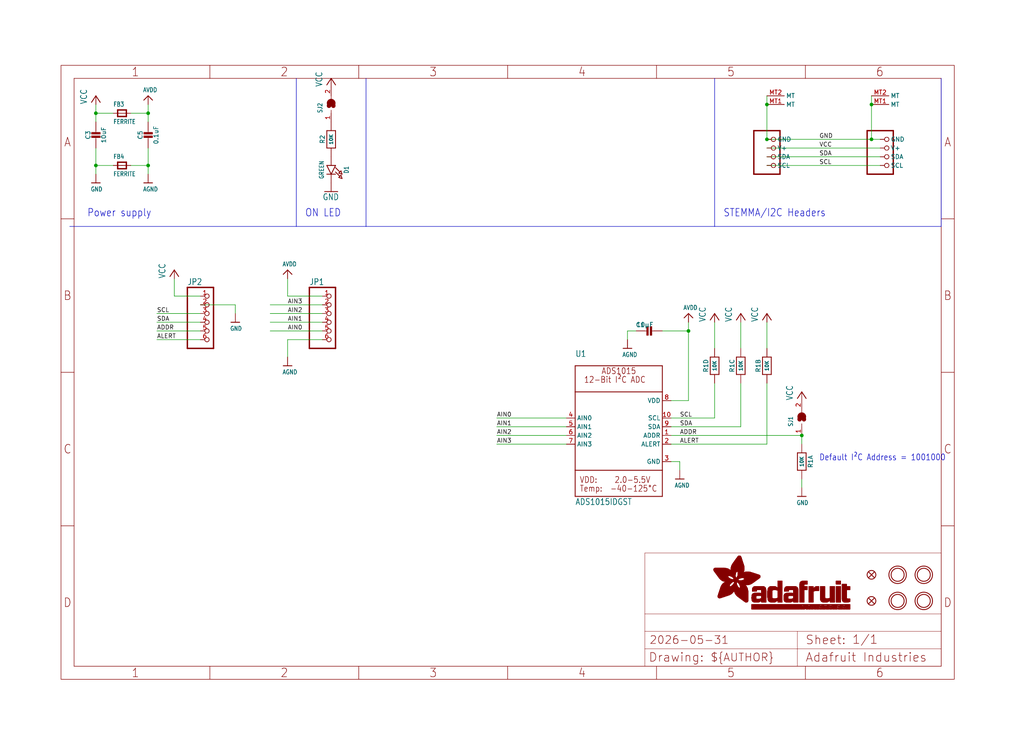
<source format=kicad_sch>
(kicad_sch (version 20230121) (generator eeschema)
  (paper "User" 298.45 217.322)
  (lib_symbols
    (symbol "working-eagle-import:ADC_ADS1015"
      (property "Reference" "U" (at -12.7 20.32 0))
      (symbol "ADC_ADS1015_1_0"
        (text "-40-125°C" (at -2.54 -19.05 0) (effects (font (size 1.778 1.5113)) (justify left bottom)))
        (text "12-Bit I²C ADC" (at -10.16 12.7 0) (effects (font (size 1.778 1.5113)) (justify left bottom)))
        (text "2.0-5.5V" (at -1.27 -16.51 0) (effects (font (size 1.778 1.5113)) (justify left bottom)))
        (text "ADS1015" (at -5.08 15.24 0) (effects (font (size 1.778 1.5113)) (justify left bottom)))
        (text "Temp:" (at -11.43 -19.05 0) (effects (font (size 1.778 1.5113)) (justify left bottom)))
        (text "VDD:" (at -11.43 -16.51 0) (effects (font (size 1.778 1.5113)) (justify left bottom)))
        (pin bidirectional line (at 15.24 -2.54 180) (length 2.54) (name "ADDR") (number "1"))
        (pin bidirectional line (at 15.24 2.54 180) (length 2.54) (name "SCL") (number "10"))
        (pin bidirectional line (at 15.24 -5.08 180) (length 2.54) (name "ALERT") (number "2"))
        (pin bidirectional line (at 15.24 -10.16 180) (length 2.54) (name "GND") (number "3"))
        (pin bidirectional line (at -15.24 2.54 0) (length 2.54) (name "AIN0") (number "4"))
        (pin bidirectional line (at -15.24 0 0) (length 2.54) (name "AIN1") (number "5"))
        (pin bidirectional line (at -15.24 -2.54 0) (length 2.54) (name "AIN2") (number "6"))
        (pin bidirectional line (at -15.24 -5.08 0) (length 2.54) (name "AIN3") (number "7"))
        (pin bidirectional line (at 15.24 7.62 180) (length 2.54) (name "VDD") (number "8"))
        (pin bidirectional line (at 15.24 0 180) (length 2.54) (name "SDA") (number "9"))
      )
    )
    (symbol "working-eagle-import:AGND" (power)
      (property "Value" "AGND" (at -1.524 -2.54 0))
      (symbol "AGND_1_0"
        (pin power_in line (at 0 2.54 270) (length 2.54) (name "AGND") (number "1"))
      )
    )
    (symbol "working-eagle-import:AVDD" (power)
      (property "Value" "AVDD" (at -1.524 1.016 0))
      (symbol "AVDD_1_0"
        (pin power_in line (at 0 -2.54 90) (length 2.54) (name "AVDD") (number "1"))
      )
    )
    (symbol "working-eagle-import:CAP_CERAMIC0603_NO"
      (property "Reference" "C" (at -2.29 1.25 90))
      (symbol "CAP_CERAMIC0603_NO_1_0"
        (pin passive line (at 0 5.08 270) (length 2.54) (name "1") (number "1"))
        (pin passive line (at 0 -2.54 90) (length 2.54) (name "2") (number "2"))
      )
    )
    (symbol "working-eagle-import:CAP_CERAMIC0805-NOOUTLINE"
      (property "Reference" "C" (at -2.29 1.25 90))
      (symbol "CAP_CERAMIC0805-NOOUTLINE_1_0"
        (pin passive line (at 0 5.08 270) (length 2.54) (name "1") (number "1"))
        (pin passive line (at 0 -2.54 90) (length 2.54) (name "2") (number "2"))
      )
    )
    (symbol "working-eagle-import:FERRITE-0603NO"
      (property "Reference" "FB" (at -1.27 1.905 0))
      (symbol "FERRITE-0603NO_1_0"
        (pin passive line (at -2.54 0 0) (length 2.54) (name "P$1") (number "1"))
        (pin passive line (at 2.54 0 180) (length 2.54) (name "P$2") (number "2"))
      )
    )
    (symbol "working-eagle-import:FIDUCIAL_1MM")
    (symbol "working-eagle-import:FRAME_A4_ADAFRUIT"
      (symbol "FRAME_A4_ADAFRUIT_1_0"
        (text "${#}/${##}" (at 230.505 10.16 0) (effects (font (size 2.54 2.54)) (justify left bottom)))
        (text "${AUTHOR}" (at 189.23 5.08 0) (effects (font (size 2.286 2.286)) (justify left bottom)))
        (text "${CURRENT_DATE}" (at 171.45 10.16 0) (effects (font (size 2.286 2.286)) (justify left bottom)))
        (text "${PROJECTNAME}" (at 171.45 15.24 0) (effects (font (size 2.54 2.54)) (justify left bottom)))
        (text "1" (at 21.6958 1.905 0) (effects (font (size 2.54 2.286))))
        (text "1" (at 21.6958 177.165 0) (effects (font (size 2.54 2.286))))
        (text "2" (at 65.0875 1.905 0) (effects (font (size 2.54 2.286))))
        (text "2" (at 65.0875 177.165 0) (effects (font (size 2.54 2.286))))
        (text "3" (at 108.4792 1.905 0) (effects (font (size 2.54 2.286))))
        (text "3" (at 108.4792 177.165 0) (effects (font (size 2.54 2.286))))
        (text "4" (at 151.8708 1.905 0) (effects (font (size 2.54 2.286))))
        (text "4" (at 151.8708 177.165 0) (effects (font (size 2.54 2.286))))
        (text "5" (at 195.2625 1.905 0) (effects (font (size 2.54 2.286))))
        (text "5" (at 195.2625 177.165 0) (effects (font (size 2.54 2.286))))
        (text "6" (at 238.6542 1.905 0) (effects (font (size 2.54 2.286))))
        (text "6" (at 238.6542 177.165 0) (effects (font (size 2.54 2.286))))
        (text "A" (at 1.905 156.6863 0) (effects (font (size 2.54 2.286))))
        (text "A" (at 258.445 156.6863 0) (effects (font (size 2.54 2.286))))
        (text "Adafruit Industries" (at 216.916 4.953 0) (effects (font (size 2.54 2.54)) (justify left bottom)))
        (text "B" (at 1.905 111.9188 0) (effects (font (size 2.54 2.286))))
        (text "B" (at 258.445 111.9188 0) (effects (font (size 2.54 2.286))))
        (text "C" (at 1.905 67.1513 0) (effects (font (size 2.54 2.286))))
        (text "C" (at 258.445 67.1513 0) (effects (font (size 2.54 2.286))))
        (text "D" (at 1.905 22.3838 0) (effects (font (size 2.54 2.286))))
        (text "D" (at 258.445 22.3838 0) (effects (font (size 2.54 2.286))))
        (text "Drawing:" (at 171.196 4.953 0) (effects (font (size 2.54 2.54)) (justify left bottom)))
        (text "Sheet:" (at 216.916 10.033 0) (effects (font (size 2.54 2.54)) (justify left bottom)))
      )
    )
    (symbol "working-eagle-import:GND" (power)
      (property "Value" "GND" (at -1.524 -2.54 0))
      (symbol "GND_1_0"
        (pin power_in line (at 0 2.54 270) (length 2.54) (name "GND") (number "1"))
      )
    )
    (symbol "working-eagle-import:HEADER-1X670MIL"
      (property "Reference" "JP" (at -6.35 10.795 0))
      (symbol "HEADER-1X670MIL_1_0"
        (pin passive inverted (at -2.54 7.62 0) (length 2.54) (name "1") (number "1"))
        (pin passive inverted (at -2.54 5.08 0) (length 2.54) (name "2") (number "2"))
        (pin passive inverted (at -2.54 2.54 0) (length 2.54) (name "3") (number "3"))
        (pin passive inverted (at -2.54 0 0) (length 2.54) (name "4") (number "4"))
        (pin passive inverted (at -2.54 -2.54 0) (length 2.54) (name "5") (number "5"))
        (pin passive inverted (at -2.54 -5.08 0) (length 2.54) (name "6") (number "6"))
      )
    )
    (symbol "working-eagle-import:LED0603_NOOUTLINE"
      (property "Reference" "D" (at -1.27 4.445 0))
      (symbol "LED0603_NOOUTLINE_1_0"
        (pin passive line (at -5.08 0 0) (length 2.54) (name "A") (number "A"))
        (pin passive line (at 2.54 0 180) (length 2.54) (name "C") (number "C"))
      )
    )
    (symbol "working-eagle-import:MOUNTINGHOLE2.5")
    (symbol "working-eagle-import:RESISTOR_0603_NOOUT"
      (property "Reference" "R" (at 0 2.54 0))
      (symbol "RESISTOR_0603_NOOUT_1_0"
        (pin passive line (at -5.08 0 0) (length 2.54) (name "1") (number "1"))
        (pin passive line (at 5.08 0 180) (length 2.54) (name "2") (number "2"))
      )
    )
    (symbol "working-eagle-import:RESISTOR_4PACK"
      (property "Reference" "R" (at 0 2.54 0))
      (symbol "RESISTOR_4PACK_1_0"
        (pin passive line (at -5.08 0 0) (length 2.54) (name "1") (number "1"))
        (pin passive line (at 5.08 0 180) (length 2.54) (name "2") (number "8"))
      )
      (symbol "RESISTOR_4PACK_2_0"
        (pin passive line (at -5.08 0 0) (length 2.54) (name "1") (number "2"))
        (pin passive line (at 5.08 0 180) (length 2.54) (name "2") (number "7"))
      )
      (symbol "RESISTOR_4PACK_3_0"
        (pin passive line (at -5.08 0 0) (length 2.54) (name "1") (number "3"))
        (pin passive line (at 5.08 0 180) (length 2.54) (name "2") (number "6"))
      )
      (symbol "RESISTOR_4PACK_4_0"
        (pin passive line (at -5.08 0 0) (length 2.54) (name "1") (number "4"))
        (pin passive line (at 5.08 0 180) (length 2.54) (name "2") (number "5"))
      )
    )
    (symbol "working-eagle-import:SOLDERJUMPER"
      (property "Reference" "SJ" (at -2.54 2.54 0))
      (symbol "SOLDERJUMPER_1_0"
        (pin passive line (at -5.08 0 0) (length 2.54) (name "1") (number "1"))
        (pin passive line (at 5.08 0 180) (length 2.54) (name "2") (number "2"))
      )
    )
    (symbol "working-eagle-import:SOLDERJUMPERCLOSED"
      (property "Reference" "SJ" (at -2.54 2.54 0))
      (symbol "SOLDERJUMPERCLOSED_1_0"
        (pin passive line (at -5.08 0 0) (length 2.54) (name "1") (number "1"))
        (pin passive line (at 5.08 0 180) (length 2.54) (name "2") (number "2"))
      )
    )
    (symbol "working-eagle-import:STEMMA_I2C_QT"
      (symbol "STEMMA_I2C_QT_1_0"
        (pin passive inverted (at 0 5.08 0) (length 2.54) (name "GND") (number "1"))
        (pin passive inverted (at 0 2.54 0) (length 2.54) (name "V+") (number "2"))
        (pin passive inverted (at 0 0 0) (length 2.54) (name "SDA") (number "3"))
        (pin passive inverted (at 0 -2.54 0) (length 2.54) (name "SCL") (number "4"))
      )
      (symbol "STEMMA_I2C_QT_2_0"
        (pin bidirectional line (at 0 0 0) (length 5.08) (name "MT") (number "MT1"))
      )
      (symbol "STEMMA_I2C_QT_3_0"
        (pin bidirectional line (at 0 0 0) (length 5.08) (name "MT") (number "MT2"))
      )
    )
    (symbol "working-eagle-import:VCC" (power)
      (property "Value" "VCC" (at -2.54 -2.54 90))
      (symbol "VCC_1_0"
        (pin power_in line (at 0 -2.54 90) (length 2.54) (name "VCC") (number "1"))
      )
    )
    (symbol "working-eagle-import:supply1_GND" (power)
      (property "Value" "supply1_GND" (at -2.54 -2.54 0))
      (symbol "supply1_GND_1_0"
        (pin power_in line (at 0 2.54 270) (length 2.54) (name "GND") (number "1"))
      )
    )
  )
  (junction (at 254 30.48))
  (junction (at 223.52 30.48))
  (junction (at 254 40.64))
  (junction (at 43.18 33.02))
  (junction (at 27.94 48.26))
  (junction (at 200.66 96.52))
  (junction (at 43.18 48.26))
  (junction (at 223.52 40.64))
  (junction (at 27.94 33.02))
  (junction (at 233.68 127))
  (wire (pts (xy 78.74 93.98) (xy 93.98 93.98)) (stroke (width 0.1524)))
  (wire (pts (xy 215.9 101.6) (xy 215.9 93.98)) (stroke (width 0.1524)))
  (wire (pts (xy 165.1 124.46) (xy 144.78 124.46)) (stroke (width 0.1524)))
  (wire (pts (xy 27.94 33.02) (xy 33.02 33.02)) (stroke (width 0.1524)))
  (wire (pts (xy 83.82 86.36) (xy 83.82 81.28)) (stroke (width 0.1524)))
  (wire (pts (xy 50.8 86.36) (xy 50.8 81.28)) (stroke (width 0.1524)))
  (polyline (pts (xy 20.32 66.04) (xy 86.36 66.04)) (stroke (width 0.1524) (type solid)))
  (polyline (pts (xy 106.68 66.04) (xy 208.28 66.04)) (stroke (width 0.1524) (type solid)))
  (wire (pts (xy 38.1 48.26) (xy 43.18 48.26)) (stroke (width 0.1524)))
  (wire (pts (xy 78.74 88.9) (xy 93.98 88.9)) (stroke (width 0.1524)))
  (wire (pts (xy 83.82 99.06) (xy 83.82 104.14)) (stroke (width 0.1524)))
  (wire (pts (xy 208.28 101.6) (xy 208.28 93.98)) (stroke (width 0.1524)))
  (wire (pts (xy 43.18 43.18) (xy 43.18 48.26)) (stroke (width 0.1524)))
  (wire (pts (xy 58.42 86.36) (xy 50.8 86.36)) (stroke (width 0.1524)))
  (wire (pts (xy 58.42 93.98) (xy 45.72 93.98)) (stroke (width 0.1524)))
  (wire (pts (xy 195.58 134.62) (xy 198.12 134.62)) (stroke (width 0.1524)))
  (wire (pts (xy 256.54 45.72) (xy 223.52 45.72)) (stroke (width 0.1524)))
  (wire (pts (xy 58.42 88.9) (xy 68.58 88.9)) (stroke (width 0.1524)))
  (wire (pts (xy 223.52 43.18) (xy 256.54 43.18)) (stroke (width 0.1524)))
  (polyline (pts (xy 106.68 22.86) (xy 106.68 66.04)) (stroke (width 0.1524) (type solid)))
  (wire (pts (xy 43.18 33.02) (xy 43.18 30.48)) (stroke (width 0.1524)))
  (polyline (pts (xy 86.36 22.86) (xy 86.36 66.04)) (stroke (width 0.1524) (type solid)))
  (wire (pts (xy 195.58 127) (xy 233.68 127)) (stroke (width 0.1524)))
  (wire (pts (xy 200.66 116.84) (xy 200.66 96.52)) (stroke (width 0.1524)))
  (wire (pts (xy 78.74 96.52) (xy 93.98 96.52)) (stroke (width 0.1524)))
  (wire (pts (xy 195.58 124.46) (xy 215.9 124.46)) (stroke (width 0.1524)))
  (wire (pts (xy 38.1 33.02) (xy 43.18 33.02)) (stroke (width 0.1524)))
  (wire (pts (xy 43.18 33.02) (xy 43.18 35.56)) (stroke (width 0.1524)))
  (wire (pts (xy 165.1 127) (xy 144.78 127)) (stroke (width 0.1524)))
  (wire (pts (xy 195.58 129.54) (xy 223.52 129.54)) (stroke (width 0.1524)))
  (wire (pts (xy 256.54 40.64) (xy 254 40.64)) (stroke (width 0.1524)))
  (wire (pts (xy 254 30.48) (xy 254 40.64)) (stroke (width 0.1524)))
  (wire (pts (xy 200.66 96.52) (xy 200.66 93.98)) (stroke (width 0.1524)))
  (wire (pts (xy 68.58 88.9) (xy 68.58 91.44)) (stroke (width 0.1524)))
  (wire (pts (xy 254 40.64) (xy 223.52 40.64)) (stroke (width 0.1524)))
  (wire (pts (xy 165.1 129.54) (xy 144.78 129.54)) (stroke (width 0.1524)))
  (wire (pts (xy 254 27.94) (xy 254 30.48)) (stroke (width 0.1524)))
  (polyline (pts (xy 274.32 22.86) (xy 274.32 66.04)) (stroke (width 0.1524) (type solid)))
  (wire (pts (xy 200.66 96.52) (xy 193.04 96.52)) (stroke (width 0.1524)))
  (wire (pts (xy 78.74 91.44) (xy 93.98 91.44)) (stroke (width 0.1524)))
  (wire (pts (xy 233.68 127) (xy 233.68 129.54)) (stroke (width 0.1524)))
  (wire (pts (xy 144.78 121.92) (xy 165.1 121.92)) (stroke (width 0.1524)))
  (wire (pts (xy 43.18 48.26) (xy 43.18 50.8)) (stroke (width 0.1524)))
  (wire (pts (xy 182.88 96.52) (xy 182.88 99.06)) (stroke (width 0.1524)))
  (wire (pts (xy 58.42 91.44) (xy 45.72 91.44)) (stroke (width 0.1524)))
  (polyline (pts (xy 208.28 22.86) (xy 208.28 66.04)) (stroke (width 0.1524) (type solid)))
  (wire (pts (xy 223.52 101.6) (xy 223.52 93.98)) (stroke (width 0.1524)))
  (wire (pts (xy 27.94 48.26) (xy 27.94 43.18)) (stroke (width 0.1524)))
  (wire (pts (xy 215.9 124.46) (xy 215.9 111.76)) (stroke (width 0.1524)))
  (wire (pts (xy 233.68 139.7) (xy 233.68 142.24)) (stroke (width 0.1524)))
  (wire (pts (xy 223.52 30.48) (xy 223.52 40.64)) (stroke (width 0.1524)))
  (wire (pts (xy 58.42 96.52) (xy 45.72 96.52)) (stroke (width 0.1524)))
  (wire (pts (xy 223.52 48.26) (xy 256.54 48.26)) (stroke (width 0.1524)))
  (wire (pts (xy 185.42 96.52) (xy 182.88 96.52)) (stroke (width 0.1524)))
  (wire (pts (xy 93.98 99.06) (xy 83.82 99.06)) (stroke (width 0.1524)))
  (wire (pts (xy 27.94 33.02) (xy 27.94 35.56)) (stroke (width 0.1524)))
  (wire (pts (xy 27.94 48.26) (xy 33.02 48.26)) (stroke (width 0.1524)))
  (polyline (pts (xy 86.36 66.04) (xy 106.68 66.04)) (stroke (width 0.1524) (type solid)))
  (wire (pts (xy 195.58 121.92) (xy 208.28 121.92)) (stroke (width 0.1524)))
  (wire (pts (xy 58.42 99.06) (xy 45.72 99.06)) (stroke (width 0.1524)))
  (wire (pts (xy 223.52 129.54) (xy 223.52 111.76)) (stroke (width 0.1524)))
  (wire (pts (xy 208.28 121.92) (xy 208.28 111.76)) (stroke (width 0.1524)))
  (wire (pts (xy 198.12 134.62) (xy 198.12 137.16)) (stroke (width 0.1524)))
  (wire (pts (xy 27.94 50.8) (xy 27.94 48.26)) (stroke (width 0.1524)))
  (wire (pts (xy 93.98 86.36) (xy 83.82 86.36)) (stroke (width 0.1524)))
  (polyline (pts (xy 208.28 66.04) (xy 274.32 66.04)) (stroke (width 0.1524) (type solid)))
  (wire (pts (xy 223.52 27.94) (xy 223.52 30.48)) (stroke (width 0.1524)))
  (wire (pts (xy 27.94 30.48) (xy 27.94 33.02)) (stroke (width 0.1524)))
  (wire (pts (xy 195.58 116.84) (xy 200.66 116.84)) (stroke (width 0.1524)))
  (text "STEMMA/I2C Headers" (at 210.82 63.5 0) (effects (font (size 2.1844 1.8567)) (justify left bottom)))
  (text "Default I²C Address = 1001000" (at 238.76 134.62 0) (effects (font (size 1.778 1.5113)) (justify left bottom)))
  (text "Power supply" (at 25.4 63.5 0) (effects (font (size 2.1844 1.8567)) (justify left bottom)))
  (text "ON LED" (at 88.9 63.5 0) (effects (font (size 2.1844 1.8567)) (justify left bottom)))
  (label "SCL" (at 238.76 48.26 0) (effects (font (size 1.2446 1.2446))))
  (label "AIN1" (at 144.78 124.46 0) (effects (font (size 1.2446 1.2446))))
  (label "SDA" (at 45.72 93.98 0) (effects (font (size 1.2446 1.2446))))
  (label "AIN1" (at 83.82 93.98 0) (effects (font (size 1.2446 1.2446))))
  (label "AIN0" (at 83.82 96.52 0) (effects (font (size 1.2446 1.2446))))
  (label "SCL" (at 45.72 91.44 0) (effects (font (size 1.2446 1.2446))))
  (label "AIN0" (at 144.78 121.92 0) (effects (font (size 1.2446 1.2446))))
  (label "ADDR" (at 45.72 96.52 0) (effects (font (size 1.2446 1.2446))))
  (label "AIN2" (at 144.78 127 0) (effects (font (size 1.2446 1.2446))))
  (label "AIN3" (at 83.82 88.9 0) (effects (font (size 1.2446 1.2446))))
  (label "ADDR" (at 198.12 127 0) (effects (font (size 1.2446 1.2446))))
  (label "SCL" (at 198.12 121.92 0) (effects (font (size 1.2446 1.2446))))
  (label "ALERT" (at 45.72 99.06 0) (effects (font (size 1.2446 1.2446))))
  (label "AIN2" (at 83.82 91.44 0) (effects (font (size 1.2446 1.2446))))
  (label "SDA" (at 198.12 124.46 0) (effects (font (size 1.2446 1.2446))))
  (label "ALERT" (at 198.12 129.54 0) (effects (font (size 1.2446 1.2446))))
  (label "VCC" (at 238.76 43.18 0) (effects (font (size 1.2446 1.2446))))
  (label "SDA" (at 238.76 45.72 0) (effects (font (size 1.2446 1.2446))))
  (label "GND" (at 238.76 40.64 0) (effects (font (size 1.2446 1.2446))))
  (label "AIN3" (at 144.78 129.54 0) (effects (font (size 1.2446 1.2446))))
  (symbol (lib_id "working-eagle-import:VCC") (at 50.8 78.74 0) (unit 1)
    (property "Reference" "#P+4" (effects hide))
    (property "Value" "VCC" (at 48.26 81.28 90) (effects (font (size 1.778 1.5113)) (justify left bottom)))
  )
  (symbol (lib_id "working-eagle-import:MOUNTINGHOLE2.5") (at 269.24 167.64 0) (unit 1)
    (property "Reference" "U$29" (effects hide))
    (property "Value" "MOUNTINGHOLE2.5" (effects hide))
    (property "Footprint" "working:MOUNTINGHOLE_2.5_PLATED" (effects hide))
  )
  (symbol (lib_id "working-eagle-import:STEMMA_I2C_QT") (at 254 27.94 0) (unit 3)
    (property "Reference" "CONN4" (effects hide))
    (property "Value" "STEMMA_I2C_QT" (effects hide))
    (property "Footprint" "working:JST_SH4" (effects hide))
  )
  (symbol (lib_id "working-eagle-import:FIDUCIAL_1MM") (at 254 167.64 0) (unit 1)
    (property "Reference" "FID4" (effects hide))
    (property "Value" "FIDUCIAL_1MM" (effects hide))
    (property "Footprint" "working:FIDUCIAL_1MM" (effects hide))
  )
  (symbol (lib_id "working-eagle-import:LED0603_NOOUTLINE") (at 96.52 50.8 270) (unit 1)
    (property "Reference" "D1" (at 100.965 49.53 0) (effects (font (size 1.27 1.0795))))
    (property "Value" "GREEN" (at 93.726 49.53 0) (effects (font (size 1.27 1.0795))))
    (property "Footprint" "working:CHIPLED_0603_NOOUTLINE" (effects hide))
  )
  (symbol (lib_id "working-eagle-import:STEMMA_I2C_QT") (at 223.52 45.72 0) (unit 1)
    (property "Reference" "CONN3" (effects hide))
    (property "Value" "STEMMA_I2C_QT" (effects hide))
    (property "Footprint" "working:JST_SH4" (effects hide))
  )
  (symbol (lib_id "working-eagle-import:FERRITE-0603NO") (at 35.56 33.02 0) (unit 1)
    (property "Reference" "FB3" (at 33.02 31.115 0) (effects (font (size 1.27 1.0795)) (justify left bottom)))
    (property "Value" "FERRITE" (at 33.02 36.195 0) (effects (font (size 1.27 1.0795)) (justify left bottom)))
    (property "Footprint" "working:0603-NO" (effects hide))
  )
  (symbol (lib_id "working-eagle-import:RESISTOR_4PACK") (at 233.68 134.62 270) (unit 1)
    (property "Reference" "R1" (at 236.22 134.62 0))
    (property "Value" "10K" (at 233.68 134.62 0) (effects (font (size 1.016 1.016) bold)))
    (property "Footprint" "working:RESPACK_4X0603" (effects hide))
  )
  (symbol (lib_id "working-eagle-import:CAP_CERAMIC0805-NOOUTLINE") (at 190.5 96.52 90) (unit 1)
    (property "Reference" "C1" (at 187.96 93.98 90) (effects (justify left bottom)))
    (property "Value" "10µF" (at 190.5 93.98 90) (effects (justify left bottom)))
    (property "Footprint" "working:0805-NO" (effects hide))
  )
  (symbol (lib_id "working-eagle-import:VCC") (at 27.94 27.94 0) (unit 1)
    (property "Reference" "#P+3" (effects hide))
    (property "Value" "VCC" (at 25.4 30.48 90) (effects (font (size 1.778 1.5113)) (justify left bottom)))
  )
  (symbol (lib_id "working-eagle-import:FERRITE-0603NO") (at 35.56 48.26 0) (unit 1)
    (property "Reference" "FB4" (at 33.02 46.355 0) (effects (font (size 1.27 1.0795)) (justify left bottom)))
    (property "Value" "FERRITE" (at 33.02 51.435 0) (effects (font (size 1.27 1.0795)) (justify left bottom)))
    (property "Footprint" "working:0603-NO" (effects hide))
  )
  (symbol (lib_id "working-eagle-import:SOLDERJUMPER") (at 233.68 121.92 90) (unit 1)
    (property "Reference" "SJ1" (at 231.14 124.46 0) (effects (font (size 1.27 1.0795)) (justify left bottom)))
    (property "Value" "SOLDERJUMPER" (effects hide))
    (property "Footprint" "working:SOLDERJUMPER_ARROW_NOPASTE" (effects hide))
  )
  (symbol (lib_id "working-eagle-import:HEADER-1X670MIL") (at 96.52 93.98 0) (unit 1)
    (property "Reference" "JP1" (at 90.17 83.185 0) (effects (font (size 1.778 1.5113)) (justify left bottom)))
    (property "Value" "HEADER-1X670MIL" (effects hide))
    (property "Footprint" "working:1X06_ROUND_70" (effects hide))
  )
  (symbol (lib_id "working-eagle-import:AGND") (at 83.82 106.68 0) (unit 1)
    (property "Reference" "#U$12" (effects hide))
    (property "Value" "AGND" (at 82.296 109.22 0) (effects (font (size 1.27 1.0795)) (justify left bottom)))
  )
  (symbol (lib_id "working-eagle-import:HEADER-1X670MIL") (at 60.96 93.98 0) (unit 1)
    (property "Reference" "JP2" (at 54.61 83.185 0) (effects (font (size 1.778 1.5113)) (justify left bottom)))
    (property "Value" "HEADER-1X670MIL" (effects hide))
    (property "Footprint" "working:1X06_ROUND_70" (effects hide))
  )
  (symbol (lib_id "working-eagle-import:STEMMA_I2C_QT") (at 223.52 30.48 0) (unit 2)
    (property "Reference" "CONN3" (effects hide))
    (property "Value" "STEMMA_I2C_QT" (effects hide))
    (property "Footprint" "working:JST_SH4" (effects hide))
  )
  (symbol (lib_id "working-eagle-import:RESISTOR_0603_NOOUT") (at 96.52 40.64 90) (unit 1)
    (property "Reference" "R2" (at 93.98 40.64 0))
    (property "Value" "10K" (at 96.52 40.64 0) (effects (font (size 1.016 1.016) bold)))
    (property "Footprint" "working:0603-NO" (effects hide))
  )
  (symbol (lib_id "working-eagle-import:RESISTOR_4PACK") (at 208.28 106.68 90) (unit 4)
    (property "Reference" "R1" (at 205.74 106.68 0))
    (property "Value" "10K" (at 208.28 106.68 0) (effects (font (size 1.016 1.016) bold)))
    (property "Footprint" "working:RESPACK_4X0603" (effects hide))
  )
  (symbol (lib_id "working-eagle-import:VCC") (at 233.68 114.3 0) (unit 1)
    (property "Reference" "#P+7" (effects hide))
    (property "Value" "VCC" (at 231.14 116.84 90) (effects (font (size 1.778 1.5113)) (justify left bottom)))
  )
  (symbol (lib_id "working-eagle-import:VCC") (at 215.9 91.44 0) (unit 1)
    (property "Reference" "#P+2" (effects hide))
    (property "Value" "VCC" (at 213.36 93.98 90) (effects (font (size 1.778 1.5113)) (justify left bottom)))
  )
  (symbol (lib_id "working-eagle-import:STEMMA_I2C_QT") (at 254 30.48 0) (unit 2)
    (property "Reference" "CONN4" (effects hide))
    (property "Value" "STEMMA_I2C_QT" (effects hide))
    (property "Footprint" "working:JST_SH4" (effects hide))
  )
  (symbol (lib_id "working-eagle-import:AGND") (at 198.12 139.7 0) (unit 1)
    (property "Reference" "#U$5" (effects hide))
    (property "Value" "AGND" (at 196.596 142.24 0) (effects (font (size 1.27 1.0795)) (justify left bottom)))
  )
  (symbol (lib_id "working-eagle-import:GND") (at 27.94 53.34 0) (unit 1)
    (property "Reference" "#U$7" (effects hide))
    (property "Value" "GND" (at 26.416 55.88 0) (effects (font (size 1.27 1.0795)) (justify left bottom)))
  )
  (symbol (lib_id "working-eagle-import:MOUNTINGHOLE2.5") (at 261.62 175.26 0) (unit 1)
    (property "Reference" "U$25" (effects hide))
    (property "Value" "MOUNTINGHOLE2.5" (effects hide))
    (property "Footprint" "working:MOUNTINGHOLE_2.5_PLATED" (effects hide))
  )
  (symbol (lib_id "working-eagle-import:RESISTOR_4PACK") (at 223.52 106.68 90) (unit 2)
    (property "Reference" "R1" (at 220.98 106.68 0))
    (property "Value" "10K" (at 223.52 106.68 0) (effects (font (size 1.016 1.016) bold)))
    (property "Footprint" "working:RESPACK_4X0603" (effects hide))
  )
  (symbol (lib_id "working-eagle-import:AGND") (at 182.88 101.6 0) (unit 1)
    (property "Reference" "#U$2" (effects hide))
    (property "Value" "AGND" (at 181.356 104.14 0) (effects (font (size 1.27 1.0795)) (justify left bottom)))
  )
  (symbol (lib_id "working-eagle-import:STEMMA_I2C_QT") (at 223.52 27.94 0) (unit 3)
    (property "Reference" "CONN3" (effects hide))
    (property "Value" "STEMMA_I2C_QT" (effects hide))
    (property "Footprint" "working:JST_SH4" (effects hide))
  )
  (symbol (lib_id "working-eagle-import:SOLDERJUMPERCLOSED") (at 96.52 30.48 90) (unit 1)
    (property "Reference" "SJ2" (at 93.98 33.02 0) (effects (font (size 1.27 1.0795)) (justify left bottom)))
    (property "Value" "SOLDERJUMPERCLOSED" (effects hide))
    (property "Footprint" "working:SOLDERJUMPER_CLOSEDWIRE" (effects hide))
  )
  (symbol (lib_id "working-eagle-import:AGND") (at 43.18 53.34 0) (unit 1)
    (property "Reference" "#U$19" (effects hide))
    (property "Value" "AGND" (at 41.656 55.88 0) (effects (font (size 1.27 1.0795)) (justify left bottom)))
  )
  (symbol (lib_id "working-eagle-import:STEMMA_I2C_QT") (at 256.54 45.72 0) (unit 1)
    (property "Reference" "CONN4" (effects hide))
    (property "Value" "STEMMA_I2C_QT" (effects hide))
    (property "Footprint" "working:JST_SH4" (effects hide))
  )
  (symbol (lib_id "working-eagle-import:RESISTOR_4PACK") (at 215.9 106.68 90) (unit 3)
    (property "Reference" "R1" (at 213.36 106.68 0))
    (property "Value" "10K" (at 215.9 106.68 0) (effects (font (size 1.016 1.016) bold)))
    (property "Footprint" "working:RESPACK_4X0603" (effects hide))
  )
  (symbol (lib_id "working-eagle-import:GND") (at 68.58 93.98 0) (unit 1)
    (property "Reference" "#U$18" (effects hide))
    (property "Value" "GND" (at 67.056 96.52 0) (effects (font (size 1.27 1.0795)) (justify left bottom)))
  )
  (symbol (lib_id "working-eagle-import:FRAME_A4_ADAFRUIT") (at 17.78 198.12 0) (unit 1)
    (property "Reference" "#U$28" (effects hide))
    (property "Value" "FRAME_A4_ADAFRUIT" (effects hide))
  )
  (symbol (lib_id "working-eagle-import:AVDD") (at 83.82 78.74 0) (unit 1)
    (property "Reference" "#U$11" (effects hide))
    (property "Value" "AVDD" (at 82.296 77.724 0) (effects (font (size 1.27 1.0795)) (justify left bottom)))
  )
  (symbol (lib_id "working-eagle-import:AVDD") (at 200.66 91.44 0) (unit 1)
    (property "Reference" "#U$10" (effects hide))
    (property "Value" "AVDD" (at 199.136 90.424 0) (effects (font (size 1.27 1.0795)) (justify left bottom)))
  )
  (symbol (lib_id "working-eagle-import:MOUNTINGHOLE2.5") (at 261.62 167.64 0) (unit 1)
    (property "Reference" "U$27" (effects hide))
    (property "Value" "MOUNTINGHOLE2.5" (effects hide))
    (property "Footprint" "working:MOUNTINGHOLE_2.5_PLATED" (effects hide))
  )
  (symbol (lib_id "working-eagle-import:CAP_CERAMIC0603_NO") (at 43.18 40.64 0) (unit 1)
    (property "Reference" "C5" (at 40.89 39.39 90))
    (property "Value" "0.1uF" (at 45.48 39.39 90))
    (property "Footprint" "working:0603-NO" (effects hide))
  )
  (symbol (lib_id "working-eagle-import:FIDUCIAL_1MM") (at 254 175.26 0) (unit 1)
    (property "Reference" "FID3" (effects hide))
    (property "Value" "FIDUCIAL_1MM" (effects hide))
    (property "Footprint" "working:FIDUCIAL_1MM" (effects hide))
  )
  (symbol (lib_id "working-eagle-import:VCC") (at 96.52 22.86 0) (unit 1)
    (property "Reference" "#P+5" (effects hide))
    (property "Value" "VCC" (at 93.98 25.4 90) (effects (font (size 1.778 1.5113)) (justify left bottom)))
  )
  (symbol (lib_id "working-eagle-import:GND") (at 233.68 144.78 0) (unit 1)
    (property "Reference" "#U$6" (effects hide))
    (property "Value" "GND" (at 232.156 147.32 0) (effects (font (size 1.27 1.0795)) (justify left bottom)))
  )
  (symbol (lib_id "working-eagle-import:CAP_CERAMIC0805-NOOUTLINE") (at 27.94 40.64 0) (unit 1)
    (property "Reference" "C3" (at 25.65 39.39 90))
    (property "Value" "10uF" (at 30.24 39.39 90))
    (property "Footprint" "working:0805-NO" (effects hide))
  )
  (symbol (lib_id "working-eagle-import:VCC") (at 208.28 91.44 0) (unit 1)
    (property "Reference" "#P+1" (effects hide))
    (property "Value" "VCC" (at 205.74 93.98 90) (effects (font (size 1.778 1.5113)) (justify left bottom)))
  )
  (symbol (lib_id "working-eagle-import:ADC_ADS1015") (at 180.34 124.46 0) (unit 1)
    (property "Reference" "U1" (at 167.64 104.14 0) (effects (font (size 1.778 1.5113)) (justify left bottom)))
    (property "Value" "ADS1015IDGST" (at 167.64 147.32 0) (effects (font (size 1.778 1.5113)) (justify left bottom)))
    (property "Footprint" "working:MSOP10" (effects hide))
  )
  (symbol (lib_id "working-eagle-import:AVDD") (at 43.18 27.94 0) (unit 1)
    (property "Reference" "#U$9" (effects hide))
    (property "Value" "AVDD" (at 41.656 26.924 0) (effects (font (size 1.27 1.0795)) (justify left bottom)))
  )
  (symbol (lib_id "working-eagle-import:VCC") (at 223.52 91.44 0) (unit 1)
    (property "Reference" "#P+6" (effects hide))
    (property "Value" "VCC" (at 220.98 93.98 90) (effects (font (size 1.778 1.5113)) (justify left bottom)))
  )
  (symbol (lib_id "working-eagle-import:MOUNTINGHOLE2.5") (at 269.24 175.26 0) (unit 1)
    (property "Reference" "U$30" (effects hide))
    (property "Value" "MOUNTINGHOLE2.5" (effects hide))
    (property "Footprint" "working:MOUNTINGHOLE_2.5_PLATED" (effects hide))
  )
  (symbol (lib_id "working-eagle-import:supply1_GND") (at 96.52 55.88 0) (unit 1)
    (property "Reference" "#GND6" (effects hide))
    (property "Value" "GND" (at 93.98 58.42 0) (effects (font (size 1.778 1.5113)) (justify left bottom)))
  )
)
</source>
